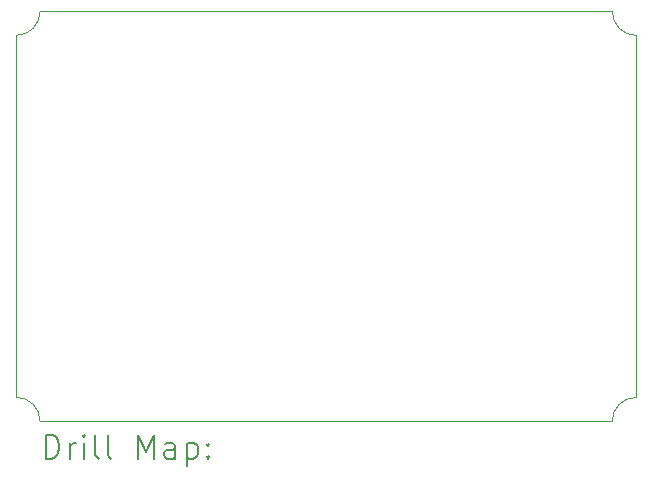
<source format=gbr>
%TF.GenerationSoftware,KiCad,Pcbnew,(6.0.8)*%
%TF.CreationDate,2024-11-24T14:10:59+01:00*%
%TF.ProjectId,WHEEL-07,57484545-4c2d-4303-972e-6b696361645f,rev?*%
%TF.SameCoordinates,Original*%
%TF.FileFunction,Drillmap*%
%TF.FilePolarity,Positive*%
%FSLAX45Y45*%
G04 Gerber Fmt 4.5, Leading zero omitted, Abs format (unit mm)*
G04 Created by KiCad (PCBNEW (6.0.8)) date 2024-11-24 14:10:59*
%MOMM*%
%LPD*%
G01*
G04 APERTURE LIST*
%ADD10C,0.100000*%
%ADD11C,0.200000*%
G04 APERTURE END LIST*
D10*
X14841400Y-5258880D02*
G75*
G03*
X15044600Y-5055684I0J203200D01*
G01*
X19888196Y-5055684D02*
G75*
G03*
X20091400Y-5258884I203204J4D01*
G01*
X20091400Y-8322480D02*
G75*
G03*
X19888200Y-8525684I0J-203200D01*
G01*
X19888200Y-5055684D02*
X15044600Y-5055684D01*
X14841400Y-5258884D02*
X14841400Y-8322484D01*
X20091400Y-8322484D02*
X20091400Y-5258884D01*
X15044600Y-8525684D02*
X19888200Y-8525684D01*
X15044596Y-8525684D02*
G75*
G03*
X14841400Y-8322484I-203196J4D01*
G01*
D11*
X15094019Y-8841160D02*
X15094019Y-8641160D01*
X15141638Y-8641160D01*
X15170209Y-8650684D01*
X15189257Y-8669732D01*
X15198781Y-8688779D01*
X15208305Y-8726875D01*
X15208305Y-8755446D01*
X15198781Y-8793541D01*
X15189257Y-8812589D01*
X15170209Y-8831637D01*
X15141638Y-8841160D01*
X15094019Y-8841160D01*
X15294019Y-8841160D02*
X15294019Y-8707827D01*
X15294019Y-8745922D02*
X15303543Y-8726875D01*
X15313066Y-8717351D01*
X15332114Y-8707827D01*
X15351162Y-8707827D01*
X15417828Y-8841160D02*
X15417828Y-8707827D01*
X15417828Y-8641160D02*
X15408305Y-8650684D01*
X15417828Y-8660208D01*
X15427352Y-8650684D01*
X15417828Y-8641160D01*
X15417828Y-8660208D01*
X15541638Y-8841160D02*
X15522590Y-8831637D01*
X15513066Y-8812589D01*
X15513066Y-8641160D01*
X15646400Y-8841160D02*
X15627352Y-8831637D01*
X15617828Y-8812589D01*
X15617828Y-8641160D01*
X15874971Y-8841160D02*
X15874971Y-8641160D01*
X15941638Y-8784018D01*
X16008305Y-8641160D01*
X16008305Y-8841160D01*
X16189257Y-8841160D02*
X16189257Y-8736398D01*
X16179733Y-8717351D01*
X16160686Y-8707827D01*
X16122590Y-8707827D01*
X16103543Y-8717351D01*
X16189257Y-8831637D02*
X16170209Y-8841160D01*
X16122590Y-8841160D01*
X16103543Y-8831637D01*
X16094019Y-8812589D01*
X16094019Y-8793541D01*
X16103543Y-8774494D01*
X16122590Y-8764970D01*
X16170209Y-8764970D01*
X16189257Y-8755446D01*
X16284495Y-8707827D02*
X16284495Y-8907827D01*
X16284495Y-8717351D02*
X16303543Y-8707827D01*
X16341638Y-8707827D01*
X16360686Y-8717351D01*
X16370209Y-8726875D01*
X16379733Y-8745922D01*
X16379733Y-8803065D01*
X16370209Y-8822113D01*
X16360686Y-8831637D01*
X16341638Y-8841160D01*
X16303543Y-8841160D01*
X16284495Y-8831637D01*
X16465447Y-8822113D02*
X16474971Y-8831637D01*
X16465447Y-8841160D01*
X16455924Y-8831637D01*
X16465447Y-8822113D01*
X16465447Y-8841160D01*
X16465447Y-8717351D02*
X16474971Y-8726875D01*
X16465447Y-8736398D01*
X16455924Y-8726875D01*
X16465447Y-8717351D01*
X16465447Y-8736398D01*
M02*

</source>
